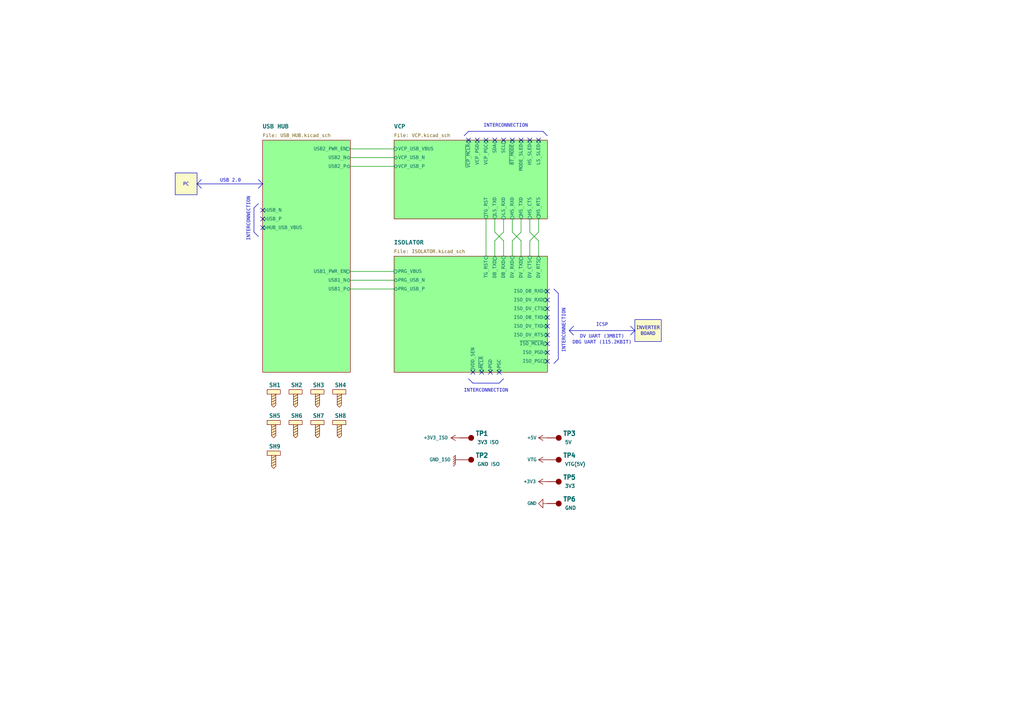
<source format=kicad_sch>
(kicad_sch (version 20231120) (generator "eeschema") (generator_version "8.0")
  (paper "A4")
  (title_block (title "PROGRAMMER & DEBUGGER") (date "2024-12-04") (rev "0.1") (company "TON DUC THANG UNIVERSITY") (comment 1 "Schematic Designed by ...") (comment 2 "PCB Designed by ...") (comment 3 "Approved by ..."))
  (lib_symbols
    (symbol "SAMPI:+3V3_ISO" (power) (pin_names (offset 0))
      (property "Value" "+3V3_ISO" (at 0 3.556 0))
      (symbol "+3V3_ISO_0_1"
        (polyline (pts (xy -0.762 1.27) (xy 0 2.54)))
        (polyline (pts (xy 0 0) (xy 0 2.54)))
        (polyline (pts (xy 0 2.54) (xy 0.762 1.27)))
      )
      (symbol "+3V3_ISO_1_1"
        (pin power_in line (at 0 0 90) (length 0) hide (name "+3V3_ISO") (number "1"))
      )
    )
    (symbol "SAMPI:GND_ISO" (power) (pin_names (offset 0))
      (property "Value" "GND_ISO" (at 0 5.715 0))
      (symbol "GND_ISO_0_1"
        (polyline (pts (xy -1.27 7.62) (xy -1.905 6.985)))
        (polyline (pts (xy -1.27 7.62) (xy 1.27 7.62)))
        (polyline (pts (xy -0.635 7.62) (xy -1.27 6.985)))
        (polyline (pts (xy 0 7.62) (xy -0.635 6.985)))
        (polyline (pts (xy 0 8.89) (xy 0 7.62)))
        (polyline (pts (xy 0.635 7.62) (xy 0 6.985)))
        (polyline (pts (xy 1.27 7.62) (xy 0.635 6.985)))
      )
      (symbol "GND_ISO_1_1"
        (pin power_in line (at 0 8.89 270) (length 0) hide (name "GND_ISO") (number "1"))
      )
    )
    (symbol "SAMPI:SCREWHOLDER" (pin_numbers hide) (pin_names hide) (in_bom no)
      (property "Reference" "SH1" (at 2.54 -2.5399 0))
      (property "Value" "SCREW HOLDER" (at 2.54 -5.0799 0))
      (symbol "SCREWHOLDER_1_1"
        (polyline (pts (xy -0.508 -5.588) (xy 0.508 -5.08)))
        (polyline (pts (xy -0.508 -4.826) (xy 0.508 -4.318)))
        (polyline (pts (xy -0.508 -4.064) (xy 0.508 -3.556)))
        (polyline (pts (xy -0.508 -3.302) (xy 0.508 -2.794)))
        (polyline (pts (xy 0.635 -2.54) (xy -0.635 -2.54)))
        (polyline (pts (xy -1.905 -1.27) (xy 1.905 -1.27) (xy 1.905 -2.54) (xy 0.635 -2.54) (xy 0.635 -5.715) (xy 0 -6.35) (xy -0.635 -5.715) (xy -0.635 -2.54) (xy -1.905 -2.54) (xy -1.905 -1.27)) (fill (type background)))
      )
    )
    (symbol "SAMPI:TESTPOINT" (pin_numbers hide) (pin_names hide)
      (property "Reference" "TP1" (at 0 4.445 0))
      (property "Value" "TP" (at 0 2.54 0))
      (symbol "TESTPOINT_1_1"
        (circle (center 0 0.762) (radius 0.762) (fill (type outline)))
        (pin passive line (at 0 -2.54 90) (length 2.54) (name "") (number "1"))
      )
    )
    (symbol "SAMPI:VTG" (power) (pin_names (offset 0))
      (property "Value" "VTG" (at 0 3.556 0))
      (symbol "VTG_0_1"
        (polyline (pts (xy -0.762 1.27) (xy 0 2.54)))
        (polyline (pts (xy 0 0) (xy 0 2.54)))
        (polyline (pts (xy 0 2.54) (xy 0.762 1.27)))
      )
      (symbol "VTG_1_1"
        (pin power_in line (at 0 0 90) (length 0) hide (name "VTG") (number "1"))
      )
    )
    (symbol "power:+3V3" (power) (pin_names (offset 0))
      (property "Value" "+3V3" (at 0 3.556 0))
      (symbol "+3V3_0_1"
        (polyline (pts (xy -0.762 1.27) (xy 0 2.54)))
        (polyline (pts (xy 0 0) (xy 0 2.54)))
        (polyline (pts (xy 0 2.54) (xy 0.762 1.27)))
      )
      (symbol "+3V3_1_1"
        (pin power_in line (at 0 0 90) (length 0) hide (name "+3V3") (number "1"))
      )
    )
    (symbol "power:+5V" (power) (pin_names (offset 0))
      (property "Value" "+5V" (at 0 3.556 0))
      (symbol "+5V_0_1"
        (polyline (pts (xy -0.762 1.27) (xy 0 2.54)))
        (polyline (pts (xy 0 0) (xy 0 2.54)))
        (polyline (pts (xy 0 2.54) (xy 0.762 1.27)))
      )
      (symbol "+5V_1_1"
        (pin power_in line (at 0 0 90) (length 0) hide (name "+5V") (number "1"))
      )
    )
    (symbol "power:GND" (power) (pin_names (offset 0))
      (property "Value" "GND" (at 0 -3.81 0))
      (symbol "GND_0_1"
        (polyline (pts (xy 0 0) (xy 0 -1.27) (xy 1.27 -1.27) (xy 0 -2.54) (xy -1.27 -1.27) (xy 0 -1.27)))
      )
      (symbol "GND_1_1"
        (pin power_in line (at 0 0 270) (length 0) hide (name "GND") (number "1"))
      )
    )
  )
  (no_connect (at 76.2 66.04))
  (no_connect (at 151.13 40.64))
  (no_connect (at 148.59 40.64))
  (no_connect (at 139.7 107.95))
  (no_connect (at 143.51 40.64))
  (no_connect (at 158.75 99.695))
  (no_connect (at 137.16 107.95))
  (no_connect (at 146.05 40.64))
  (no_connect (at 158.75 94.615))
  (no_connect (at 144.78 107.95))
  (no_connect (at 138.43 40.64))
  (no_connect (at 158.75 97.155))
  (no_connect (at 142.24 107.95))
  (no_connect (at 140.97 40.64))
  (no_connect (at 153.67 40.64))
  (no_connect (at 76.2 63.5))
  (no_connect (at 158.75 104.775))
  (no_connect (at 76.2 60.96))
  (no_connect (at 156.21 40.64))
  (no_connect (at 135.89 40.64))
  (no_connect (at 158.75 102.235))
  (no_connect (at 158.75 92.075))
  (no_connect (at 158.75 89.535))
  (no_connect (at 158.75 86.995))
  (no_connect (at 158.75 84.455))
  (polyline (pts (xy 135.89 109.855) (xy 137.16 111.125)))
  (polyline (pts (xy 137.16 111.125) (xy 144.78 111.125)))
  (polyline (pts (xy 57.15 53.34) (xy 58.42 54.61)))
  (polyline (pts (xy 74.93 54.61) (xy 76.2 53.34)))
  (wire (pts (xy 101.6 43.18) (xy 114.3 43.18)))
  (polyline (pts (xy 135.89 38.1) (xy 134.62 39.37)))
  (wire (pts (xy 151.13 69.85) (xy 148.59 67.31)))
  (wire (pts (xy 153.67 69.85) (xy 156.21 67.31)))
  (wire (pts (xy 143.51 74.295) (xy 143.51 69.85)))
  (polyline (pts (xy 157.48 38.1) (xy 135.89 38.1)))
  (wire (pts (xy 153.67 74.295) (xy 153.67 69.85)))
  (polyline (pts (xy 57.15 53.34) (xy 76.2 53.34)))
  (polyline (pts (xy 182.88 94.615) (xy 184.15 95.885)))
  (wire (pts (xy 101.6 78.74) (xy 114.3 78.74)))
  (polyline (pts (xy 73.66 60.325) (xy 73.66 67.31)))
  (wire (pts (xy 153.67 63.5) (xy 153.67 67.31)))
  (wire (pts (xy 101.6 81.28) (xy 114.3 81.28)))
  (polyline (pts (xy 182.88 97.155) (xy 184.15 95.885)))
  (wire (pts (xy 146.05 69.85) (xy 143.51 67.31)))
  (polyline (pts (xy 74.93 52.07) (xy 76.2 53.34)))
  (polyline (pts (xy 165.1 95.885) (xy 166.37 97.155)))
  (wire (pts (xy 143.51 69.85) (xy 146.05 67.31)))
  (wire (pts (xy 148.59 69.85) (xy 151.13 67.31)))
  (wire (pts (xy 148.59 74.295) (xy 148.59 69.85)))
  (wire (pts (xy 146.05 69.85) (xy 146.05 74.295)))
  (wire (pts (xy 156.21 69.85) (xy 153.67 67.31)))
  (polyline (pts (xy 57.15 53.34) (xy 58.42 52.07)))
  (polyline (pts (xy 74.93 59.055) (xy 73.66 60.325)))
  (polyline (pts (xy 165.1 95.885) (xy 166.37 94.615)))
  (polyline (pts (xy 160.655 105.41) (xy 161.925 104.14)))
  (polyline (pts (xy 160.655 83.82) (xy 161.925 85.09)))
  (wire (pts (xy 101.6 83.82) (xy 114.3 83.82)))
  (wire (pts (xy 140.97 63.5) (xy 140.97 74.295)))
  (wire (pts (xy 151.13 63.5) (xy 151.13 67.31)))
  (wire (pts (xy 156.21 63.5) (xy 156.21 67.31)))
  (polyline (pts (xy 158.75 39.37) (xy 157.48 38.1)))
  (polyline (pts (xy 161.925 85.09) (xy 161.925 104.14)))
  (wire (pts (xy 143.51 63.5) (xy 143.51 67.31)))
  (wire (pts (xy 101.6 48.26) (xy 114.3 48.26)))
  (wire (pts (xy 151.13 69.85) (xy 151.13 74.295)))
  (wire (pts (xy 156.21 74.295) (xy 156.21 69.85)))
  (wire (pts (xy 146.05 63.5) (xy 146.05 67.31)))
  (wire (pts (xy 148.59 63.5) (xy 148.59 67.31)))
  (polyline (pts (xy 165.1 95.885) (xy 184.15 95.885)))
  (polyline (pts (xy 73.66 67.31) (xy 74.93 68.58)))
  (wire (pts (xy 101.6 45.72) (xy 114.3 45.72)))
  (polyline (pts (xy 144.78 111.125) (xy 146.05 109.855)))
  (text_box "PC" (at 50.8 50.165 0) (size 6.35 6.35) (fill (type color) (color 250 250 200 1)) (effects (font (size 1.016 1.016) (thickness 0.127))))
  (text_box "INVERTER BOARD" (at 184.15 92.71 0) (size 7.62 6.35) (fill (type color) (color 250 250 200 1)) (effects (font (size 1.016 1.016) (thickness 0.127))))
  (text "INTERCONNECTION" (at 140.97 113.665 0) (effects (font (size 1.016 1.016) (thickness 0.127))))
  (text "INTERCONNECTION" (at 146.685 36.83 0) (effects (font (size 1.016 1.016) (thickness 0.127))))
  (text "INTERCONNECTION" (at 72.39 63.5 90) (effects (font (size 1.016 1.016) (thickness 0.127))))
  (text "ICSP\n\nDV UART (3MBIT)\nDBG UART (115.2KBIT)" (at 174.625 97.155 0) (effects (font (size 1.016 1.016) (thickness 0.127))))
  (text "USB 2.0" (at 69.85 53.34 0) (effects (font (size 1.016 1.016) (thickness 0.127)) (justify right bottom)))
  (text "INTERCONNECTION" (at 163.83 95.885 90) (effects (font (size 1.016 1.016) (thickness 0.127))))
  (symbol (lib_id "SAMPI:SCREWHOLDER") (at 98.425 111.76 0) (unit 1) (in_bom no)
    (property "Reference" "SH4" (at 97.155 111.76 0) (effects (font (thickness 0.254) (bold yes)) (justify left)))
    (property "Value" "SCREW HOLDER" (effects (hide yes)))
    (property "Footprint" "SAMPI:SCREWHOLE-2.5M" (effects (hide yes)))
    (property "Description" "FILLISTER PHILLIPS SCREW, M2 X ." (effects (hide yes)))
    (property "MFT" "Essentra Components" (effects (hide yes)))
    (property "MNP" "50M020040G005" (effects (hide yes)))
  )
  (symbol (lib_id "SAMPI:TESTPOINT") (at 161.29 146.05 270) (unit 1) (in_bom no)
    (property "Reference" "TP6" (at 163.195 144.78 90) (effects (font (bold yes)) (justify left)))
    (property "Value" "GND" (at 163.83 147.32 90) (effects (font (size 1.016 1.016)) (justify left)))
    (property "Footprint" "SAMPI:TP1MM" (effects (hide yes)))
  )
  (symbol (lib_id "SAMPI:TESTPOINT") (at 161.29 139.7 270) (unit 1) (in_bom no)
    (property "Reference" "TP5" (at 163.195 138.43 90) (effects (font (bold yes)) (justify left)))
    (property "Value" "3V3" (at 163.83 140.97 90) (effects (font (size 1.016 1.016)) (justify left)))
    (property "Footprint" "SAMPI:TP1MM" (effects (hide yes)))
  )
  (symbol (lib_id "SAMPI:TESTPOINT") (at 135.89 127 270) (unit 1) (in_bom no)
    (property "Reference" "TP1" (at 137.795 125.73 90) (effects (font (bold yes)) (justify left)))
    (property "Value" "3V3 ISO" (at 138.43 128.27 90) (effects (font (size 1.016 1.016)) (justify left)))
    (property "Footprint" "SAMPI:TP1MM" (effects (hide yes)))
  )
  (symbol (lib_id "SAMPI:SCREWHOLDER") (at 79.375 120.65 0) (unit 1) (in_bom no)
    (property "Reference" "SH5" (at 78.105 120.65 0) (effects (font (thickness 0.254) (bold yes)) (justify left)))
    (property "Value" "SCREW HOLDER" (effects (hide yes)))
    (property "Footprint" "SAMPI:SCREWHOLE-2.5M" (effects (hide yes)))
    (property "Description" "FILLISTER PHILLIPS SCREW, M2 X ." (effects (hide yes)))
    (property "MFT" "Essentra Components" (effects (hide yes)))
    (property "MNP" "50M020040G005" (effects (hide yes)))
  )
  (symbol (lib_id "SAMPI:SCREWHOLDER") (at 98.425 120.65 0) (unit 1) (in_bom no)
    (property "Reference" "SH8" (at 97.155 120.65 0) (effects (font (thickness 0.254) (bold yes)) (justify left)))
    (property "Value" "SCREW HOLDER" (effects (hide yes)))
    (property "Footprint" "SAMPI:SCREWHOLE-2.5M" (effects (hide yes)))
    (property "Description" "FILLISTER PHILLIPS SCREW, M2 X ." (effects (hide yes)))
    (property "MFT" "Essentra Components" (effects (hide yes)))
    (property "MNP" "50M020040G005" (effects (hide yes)))
  )
  (symbol (lib_id "SAMPI:TESTPOINT") (at 161.29 127 270) (unit 1) (in_bom no)
    (property "Reference" "TP3" (at 163.195 125.73 90) (effects (font (bold yes)) (justify left)))
    (property "Value" "5V" (at 163.83 128.27 90) (effects (font (size 1.016 1.016)) (justify left)))
    (property "Footprint" "SAMPI:TP1MM" (effects (hide yes)))
  )
  (symbol (lib_id "SAMPI:VTG") (at 158.75 133.35 90) (unit 1)
    (property "Reference" "#PWR03" (effects (hide yes)))
    (property "Value" "VTG" (at 154.305 133.35 90) (effects (font (size 1.016 1.016) (thickness 0.127))))
    (property "Description" "Power symbol creates a global label with name \"VTG\"" (effects (hide yes)))
  )
  (symbol (lib_id "SAMPI:SCREWHOLDER") (at 85.725 120.65 0) (unit 1) (in_bom no)
    (property "Reference" "SH6" (at 84.455 120.65 0) (effects (font (thickness 0.254) (bold yes)) (justify left)))
    (property "Value" "SCREW HOLDER" (effects (hide yes)))
    (property "Footprint" "SAMPI:SCREWHOLE-2.5M" (effects (hide yes)))
    (property "Description" "FILLISTER PHILLIPS SCREW, M2 X ." (effects (hide yes)))
    (property "MFT" "Essentra Components" (effects (hide yes)))
    (property "MNP" "50M020040G005" (effects (hide yes)))
  )
  (symbol (lib_id "SAMPI:+3V3_ISO") (at 133.35 127 90) (unit 1)
    (property "Reference" "#PWR01" (effects (hide yes)))
    (property "Value" "+3V3_ISO" (at 130.175 127 90) (effects (font (size 1.016 1.016) (thickness 0.127)) (justify left)))
    (property "Description" "Power symbol creates a global label with name \"+3V3_ISO\"" (effects (hide yes)))
  )
  (symbol (lib_id "SAMPI:SCREWHOLDER") (at 79.375 129.54 0) (unit 1) (in_bom no)
    (property "Reference" "SH9" (at 78.105 129.54 0) (effects (font (thickness 0.254) (bold yes)) (justify left)))
    (property "Value" "SCREW HOLDER" (effects (hide yes)))
    (property "Footprint" "SAMPI:SCREWHOLE-2.5M" (effects (hide yes)))
    (property "Description" "FILLISTER PHILLIPS SCREW, M2 X ." (effects (hide yes)))
    (property "MFT" "Essentra Components" (effects (hide yes)))
    (property "MNP" "50M020040G005" (effects (hide yes)))
  )
  (symbol (lib_id "power:+5V") (at 158.75 127 90) (unit 1)
    (property "Reference" "#PWR04" (effects (hide yes)))
    (property "Value" "+5V" (at 154.305 127 90) (effects (font (size 1.016 1.016) (thickness 0.127))))
  )
  (symbol (lib_id "power:GND") (at 158.75 146.05 270) (unit 1)
    (property "Reference" "#PWR05" (effects (hide yes)))
    (property "Value" "GND" (at 154.305 146.05 90) (effects (font (size 1.016 1.016) (thickness 0.127))))
  )
  (symbol (lib_id "SAMPI:SCREWHOLDER") (at 79.375 111.76 0) (unit 1) (in_bom no)
    (property "Reference" "SH1" (at 78.105 111.76 0) (effects (font (thickness 0.254) (bold yes)) (justify left)))
    (property "Value" "SCREW HOLDER" (effects (hide yes)))
    (property "Footprint" "SAMPI:SCREWHOLE-2.5M" (effects (hide yes)))
    (property "Description" "FILLISTER PHILLIPS SCREW, M2 X ." (effects (hide yes)))
    (property "MFT" "Essentra Components" (effects (hide yes)))
    (property "MNP" "50M020040G005" (effects (hide yes)))
  )
  (symbol (lib_id "SAMPI:SCREWHOLDER") (at 85.725 111.76 0) (unit 1) (in_bom no)
    (property "Reference" "SH2" (at 84.455 111.76 0) (effects (font (thickness 0.254) (bold yes)) (justify left)))
    (property "Value" "SCREW HOLDER" (effects (hide yes)))
    (property "Footprint" "SAMPI:SCREWHOLE-2.5M" (effects (hide yes)))
    (property "Description" "FILLISTER PHILLIPS SCREW, M2 X ." (effects (hide yes)))
    (property "MFT" "Essentra Components" (effects (hide yes)))
    (property "MNP" "50M020040G005" (effects (hide yes)))
  )
  (symbol (lib_id "SAMPI:TESTPOINT") (at 161.29 133.35 270) (unit 1) (in_bom no)
    (property "Reference" "TP4" (at 163.195 132.08 90) (effects (font (bold yes)) (justify left)))
    (property "Value" "VTG(5V)" (at 163.83 134.62 90) (effects (font (size 1.016 1.016)) (justify left)))
    (property "Footprint" "SAMPI:TP1MM" (effects (hide yes)))
  )
  (symbol (lib_id "SAMPI:GND_ISO") (at 124.46 133.35 270) (mirror x) (unit 1)
    (property "Reference" "#PWR02" (effects (hide yes)))
    (property "Value" "GND_ISO" (at 127.635 133.35 90) (effects (font (size 1.016 1.016) (thickness 0.127))))
    (property "Description" "Power symbol creates a global label with name \"+GND_ISO\"" (effects (hide yes)))
  )
  (symbol (lib_id "SAMPI:TESTPOINT") (at 135.89 133.35 270) (unit 1) (in_bom no)
    (property "Reference" "TP2" (at 137.795 132.08 90) (effects (font (bold yes)) (justify left)))
    (property "Value" "GND ISO" (at 138.43 134.62 90) (effects (font (size 1.016 1.016)) (justify left)))
    (property "Footprint" "SAMPI:TP1MM" (effects (hide yes)))
  )
  (symbol (lib_id "SAMPI:SCREWHOLDER") (at 92.075 120.65 0) (unit 1) (in_bom no)
    (property "Reference" "SH7" (at 90.805 120.65 0) (effects (font (thickness 0.254) (bold yes)) (justify left)))
    (property "Value" "SCREW HOLDER" (effects (hide yes)))
    (property "Footprint" "SAMPI:SCREWHOLE-2.5M" (effects (hide yes)))
    (property "Description" "FILLISTER PHILLIPS SCREW, M2 X ." (effects (hide yes)))
    (property "MFT" "Essentra Components" (effects (hide yes)))
    (property "MNP" "50M020040G005" (effects (hide yes)))
  )
  (symbol (lib_id "SAMPI:SCREWHOLDER") (at 92.075 111.76 0) (unit 1) (in_bom no)
    (property "Reference" "SH3" (at 90.805 111.76 0) (effects (font (thickness 0.254) (bold yes)) (justify left)))
    (property "Value" "SCREW HOLDER" (effects (hide yes)))
    (property "Footprint" "SAMPI:SCREWHOLE-2.5M" (effects (hide yes)))
    (property "Description" "FILLISTER PHILLIPS SCREW, M2 X ." (effects (hide yes)))
    (property "MFT" "Essentra Components" (effects (hide yes)))
    (property "MNP" "50M020040G005" (effects (hide yes)))
  )
  (symbol (lib_id "power:+3V3") (at 158.75 139.7 90) (unit 1)
    (property "Reference" "#PWR06" (effects (hide yes)))
    (property "Value" "+3V3" (at 153.67 139.7 90) (effects (font (size 1.016 1.016) (thickness 0.127))))
  )
  (sheet (at 76.2 40.64) (size 25.4 67.31) (stroke (width 0.1524)) (fill (color 150 255 150 1.0000))
    (property "Sheetname" "USB HUB" (at 76.2 37.465 0) (effects (font (bold yes)) (justify left bottom)))
    (property "Sheetfile" "USB_HUB.kicad_sch" (at 76.2 38.735 0) (effects (font (size 1.016 1.016) (thickness 0.127)) (justify left top)))
    (pin "USB2_PWR_EN" output (at 101.6 43.18 0) (effects (font (size 1.016 1.016) (thickness 0.127))))
    (pin "USB2_N" bidirectional (at 101.6 45.72 0) (effects (font (size 1.016 1.016) (thickness 0.127))))
    (pin "USB2_P" bidirectional (at 101.6 48.26 0) (effects (font (size 1.016 1.016) (thickness 0.127))))
    (pin "USB1_N" bidirectional (at 101.6 81.28 0) (effects (font (size 1.016 1.016) (thickness 0.127))))
    (pin "USB_P" bidirectional (at 76.2 63.5 180) (effects (font (size 1.016 1.016) (thickness 0.127))))
    (pin "HUB_USB_VBUS" input (at 76.2 66.04 180) (effects (font (size 1.016 1.016) (thickness 0.127))))
    (pin "USB_N" bidirectional (at 76.2 60.96 180) (effects (font (size 1.016 1.016) (thickness 0.127))))
    (pin "USB1_PWR_EN" output (at 101.6 78.74 0) (effects (font (size 1.016 1.016) (thickness 0.127))))
    (pin "USB1_P" bidirectional (at 101.6 83.82 0) (effects (font (size 1.016 1.016) (thickness 0.127))))
  )
  (sheet (at 114.3 74.295) (size 44.45 33.655) (stroke (width 0.1524)) (fill (color 150 255 150 1.0000))
    (property "Sheetname" "ISOLATOR" (at 114.3 71.12 0) (effects (font (thickness 0.254) (bold yes)) (justify left bottom)))
    (property "Sheetfile" "ISOLATOR.kicad_sch" (at 114.3 72.39 0) (effects (font (size 1.016 1.016) (thickness 0.127)) (justify left top)))
    (pin "PRG_VBUS" input (at 114.3 78.74 180) (effects (font (size 1.016 1.016) (thickness 0.127))))
    (pin "PRG_USB_P" bidirectional (at 114.3 83.82 180) (effects (font (size 1.016 1.016) (thickness 0.127))))
    (pin "PRG_USB_N" bidirectional (at 114.3 81.28 180) (effects (font (size 1.016 1.016) (thickness 0.127))))
    (pin "ISO_DV_RXD" output (at 158.75 86.995 0) (effects (font (size 1.016 1.016) (thickness 0.127))))
    (pin "ISO_DV_CTS" output (at 158.75 89.535 0) (effects (font (size 1.016 1.016) (thickness 0.127))))
    (pin "ISO_PGC" output (at 158.75 104.775 0) (effects (font (size 1.016 1.016) (thickness 0.127))))
    (pin "DV_CTS" input (at 153.67 74.295 90) (effects (font (size 1.016 1.016) (thickness 0.127))))
    (pin "PGC" input (at 144.78 107.95 270) (effects (font (size 1.016 1.016) (thickness 0.127))))
    (pin "DV_RXD" input (at 148.59 74.295 90) (effects (font (size 1.016 1.016) (thickness 0.127))))
    (pin "VDD_SEN" output (at 137.16 107.95 270) (effects (font (size 1.016 1.016) (thickness 0.127))))
    (pin "~{MCLR}" input (at 139.7 107.95 270) (effects (font (size 1.016 1.016) (thickness 0.127))))
    (pin "~{ISO_MCLR}" output (at 158.75 99.695 0) (effects (font (size 1.016 1.016) (thickness 0.127))))
    (pin "ISO_DB_TXD" input (at 158.75 92.075 0) (effects (font (size 1.016 1.016) (thickness 0.127))))
    (pin "ISO_DV_TXD" input (at 158.75 94.615 0) (effects (font (size 1.016 1.016) (thickness 0.127))))
    (pin "ISO_DV_RTS" input (at 158.75 97.155 0) (effects (font (size 1.016 1.016) (thickness 0.127))))
    (pin "DV_TXD" output (at 151.13 74.295 90) (effects (font (size 1.016 1.016) (thickness 0.127))))
    (pin "DB_TXD" output (at 143.51 74.295 90) (effects (font (size 1.016 1.016) (thickness 0.127))))
    (pin "DV_RTS" output (at 156.21 74.295 90) (effects (font (size 1.016 1.016) (thickness 0.127))))
    (pin "PGD" bidirectional (at 142.24 107.95 270) (effects (font (size 1.016 1.016) (thickness 0.127))))
    (pin "ISO_PGD" bidirectional (at 158.75 102.235 0) (effects (font (size 1.016 1.016) (thickness 0.127))))
    (pin "TG_RST" input (at 140.97 74.295 90) (effects (font (size 1.016 1.016) (thickness 0.127))))
    (pin "DB_RXD" input (at 146.05 74.295 90) (effects (font (size 1.016 1.016) (thickness 0.127))))
    (pin "ISO_DB_RXD" input (at 158.75 84.455 0) (effects (font (size 1.016 1.016) (thickness 0.127))))
  )
  (sheet (at 114.3 40.64) (size 44.45 22.86) (stroke (width 0.1524)) (fill (color 150 255 150 1.0000))
    (property "Sheetname" "VCP" (at 114.3 37.465 0) (effects (font (bold yes)) (justify left bottom)))
    (property "Sheetfile" "VCP.kicad_sch" (at 114.3 38.735 0) (effects (font (size 1.016 1.016) (thickness 0.127)) (justify left top)))
    (pin "~{VCP_MCLR}" input (at 135.89 40.64 90) (effects (font (size 1.016 1.016) (thickness 0.127))))
    (pin "HS_RTS" output (at 156.21 63.5 270) (effects (font (size 1.016 1.016) (thickness 0.127))))
    (pin "HS_CTS" input (at 153.67 63.5 270) (effects (font (size 1.016 1.016) (thickness 0.127))))
    (pin "~{BT_MODE}" input (at 148.59 40.64 90) (effects (font (size 1.016 1.016) (thickness 0.127))))
    (pin "MODE_SLED" input (at 151.13 40.64 90) (effects (font (size 1.016 1.016) (thickness 0.127))))
    (pin "HS_SLED" input (at 153.67 40.64 90) (effects (font (size 1.016 1.016) (thickness 0.127))))
    (pin "VCP_USB_N" bidirectional (at 114.3 45.72 180) (effects (font (size 1.016 1.016) (thickness 0.127))))
    (pin "HS_TXD" output (at 151.13 63.5 270) (effects (font (size 1.016 1.016) (thickness 0.127))))
    (pin "HS_RXD" input (at 148.59 63.5 270) (effects (font (size 1.016 1.016) (thickness 0.127))))
    (pin "LS_SLED" input (at 156.21 40.64 90) (effects (font (size 1.016 1.016) (thickness 0.127))))
    (pin "VCP_USB_VBUS" input (at 114.3 43.18 180) (effects (font (size 1.016 1.016) (thickness 0.127))))
    (pin "SCL" output (at 146.05 40.64 90) (effects (font (size 1.016 1.016) (thickness 0.127))))
    (pin "SDA" bidirectional (at 143.51 40.64 90) (effects (font (size 1.016 1.016) (thickness 0.127))))
    (pin "LS_RXD" input (at 146.05 63.5 270) (effects (font (size 1.016 1.016) (thickness 0.127))))
    (pin "VCP_PGD" bidirectional (at 138.43 40.64 90) (effects (font (size 1.016 1.016) (thickness 0.127))))
    (pin "VCP_PGC" input (at 140.97 40.64 90) (effects (font (size 1.016 1.016) (thickness 0.127))))
    (pin "LS_TXD" output (at 143.51 63.5 270) (effects (font (size 1.016 1.016) (thickness 0.127))))
    (pin "VCP_USB_P" bidirectional (at 114.3 48.26 180) (effects (font (size 1.016 1.016) (thickness 0.127))))
    (pin "TG_RST" output (at 140.97 63.5 270) (effects (font (size 1.016 1.016) (thickness 0.127))))
  )
)
</source>
